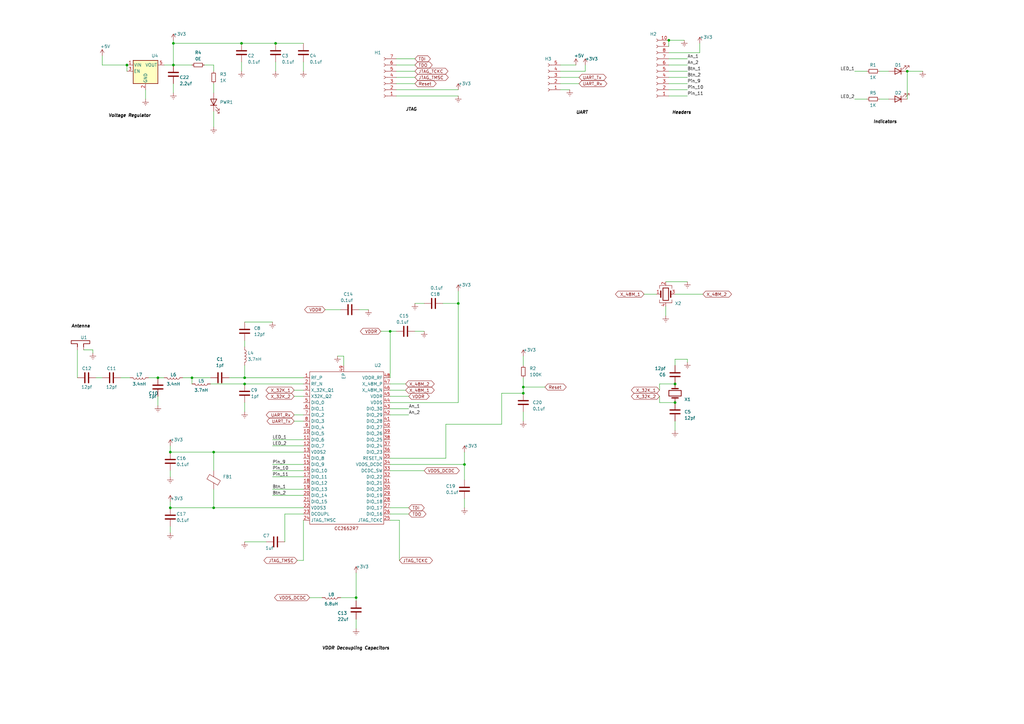
<source format=kicad_sch>
(kicad_sch (version 20230121) (generator eeschema)
  (paper "A3")
  (title_block (title "Dev_Board_Schematic") (date "2023-08-05") (rev "v1") (company "Hukam Technologies Pvt. Ltd."))
  (lib_symbols
    (symbol "Connector:Conn_01x05_Socket" (pin_names (offset 1.016) hide)
      (property "Reference" "J" (at 0 7.62 0))
      (property "Value" "Conn_01x05_Socket" (at 0 -7.62 0))
      (symbol "Conn_01x05_Socket_1_1"
        (arc (start 0 -4.572) (mid -0.5058 -5.08) (end 0 -5.588) (stroke (width 0.1524)))
        (arc (start 0 -2.032) (mid -0.5058 -2.54) (end 0 -3.048) (stroke (width 0.1524)))
        (polyline (pts (xy -1.27 -5.08) (xy -0.508 -5.08)) (stroke (width 0.1524)))
        (polyline (pts (xy -1.27 -2.54) (xy -0.508 -2.54)) (stroke (width 0.1524)))
        (polyline (pts (xy -1.27 0) (xy -0.508 0)) (stroke (width 0.1524)))
        (polyline (pts (xy -1.27 2.54) (xy -0.508 2.54)) (stroke (width 0.1524)))
        (polyline (pts (xy -1.27 5.08) (xy -0.508 5.08)) (stroke (width 0.1524)))
        (arc (start 0 0.508) (mid -0.5058 0) (end 0 -0.508) (stroke (width 0.1524)))
        (arc (start 0 3.048) (mid -0.5058 2.54) (end 0 2.032) (stroke (width 0.1524)))
        (arc (start 0 5.588) (mid -0.5058 5.08) (end 0 4.572) (stroke (width 0.1524)))
        (pin passive line (at -5.08 5.08 0) (length 3.81) (name "Pin_1") (number "1"))
        (pin passive line (at -5.08 2.54 0) (length 3.81) (name "Pin_2") (number "2"))
        (pin passive line (at -5.08 0 0) (length 3.81) (name "Pin_3") (number "3"))
        (pin passive line (at -5.08 -2.54 0) (length 3.81) (name "Pin_4") (number "4"))
        (pin passive line (at -5.08 -5.08 0) (length 3.81) (name "Pin_5") (number "5"))
      )
    )
    (symbol "Connector:Conn_01x07_Socket" (pin_names (offset 1.016) hide)
      (property "Reference" "J" (at 0 10.16 0))
      (property "Value" "Conn_01x07_Socket" (at 0 -10.16 0))
      (symbol "Conn_01x07_Socket_1_1"
        (arc (start 0 -7.112) (mid -0.5058 -7.62) (end 0 -8.128) (stroke (width 0.1524)))
        (arc (start 0 -4.572) (mid -0.5058 -5.08) (end 0 -5.588) (stroke (width 0.1524)))
        (arc (start 0 -2.032) (mid -0.5058 -2.54) (end 0 -3.048) (stroke (width 0.1524)))
        (polyline (pts (xy -1.27 -7.62) (xy -0.508 -7.62)) (stroke (width 0.1524)))
        (polyline (pts (xy -1.27 -5.08) (xy -0.508 -5.08)) (stroke (width 0.1524)))
        (polyline (pts (xy -1.27 -2.54) (xy -0.508 -2.54)) (stroke (width 0.1524)))
        (polyline (pts (xy -1.27 0) (xy -0.508 0)) (stroke (width 0.1524)))
        (polyline (pts (xy -1.27 2.54) (xy -0.508 2.54)) (stroke (width 0.1524)))
        (polyline (pts (xy -1.27 5.08) (xy -0.508 5.08)) (stroke (width 0.1524)))
        (polyline (pts (xy -1.27 7.62) (xy -0.508 7.62)) (stroke (width 0.1524)))
        (arc (start 0 0.508) (mid -0.5058 0) (end 0 -0.508) (stroke (width 0.1524)))
        (arc (start 0 3.048) (mid -0.5058 2.54) (end 0 2.032) (stroke (width 0.1524)))
        (arc (start 0 5.588) (mid -0.5058 5.08) (end 0 4.572) (stroke (width 0.1524)))
        (arc (start 0 8.128) (mid -0.5058 7.62) (end 0 7.112) (stroke (width 0.1524)))
        (pin passive line (at -5.08 7.62 0) (length 3.81) (name "Pin_1") (number "1"))
        (pin passive line (at -5.08 5.08 0) (length 3.81) (name "Pin_2") (number "2"))
        (pin passive line (at -5.08 2.54 0) (length 3.81) (name "Pin_3") (number "3"))
        (pin passive line (at -5.08 0 0) (length 3.81) (name "Pin_4") (number "4"))
        (pin passive line (at -5.08 -2.54 0) (length 3.81) (name "Pin_5") (number "5"))
        (pin passive line (at -5.08 -5.08 0) (length 3.81) (name "Pin_6") (number "6"))
        (pin passive line (at -5.08 -7.62 0) (length 3.81) (name "Pin_7") (number "7"))
      )
    )
    (symbol "Connector:Conn_01x10_Socket" (pin_names (offset 1.016) hide)
      (property "Reference" "J" (at 0 12.7 0))
      (property "Value" "Conn_01x10_Socket" (at 0 -15.24 0))
      (symbol "Conn_01x10_Socket_1_1"
        (arc (start 0 -12.192) (mid -0.5058 -12.7) (end 0 -13.208) (stroke (width 0.1524)))
        (arc (start 0 -9.652) (mid -0.5058 -10.16) (end 0 -10.668) (stroke (width 0.1524)))
        (arc (start 0 -7.112) (mid -0.5058 -7.62) (end 0 -8.128) (stroke (width 0.1524)))
        (arc (start 0 -4.572) (mid -0.5058 -5.08) (end 0 -5.588) (stroke (width 0.1524)))
        (arc (start 0 -2.032) (mid -0.5058 -2.54) (end 0 -3.048) (stroke (width 0.1524)))
        (polyline (pts (xy -1.27 -12.7) (xy -0.508 -12.7)) (stroke (width 0.1524)))
        (polyline (pts (xy -1.27 -10.16) (xy -0.508 -10.16)) (stroke (width 0.1524)))
        (polyline (pts (xy -1.27 -7.62) (xy -0.508 -7.62)) (stroke (width 0.1524)))
        (polyline (pts (xy -1.27 -5.08) (xy -0.508 -5.08)) (stroke (width 0.1524)))
        (polyline (pts (xy -1.27 -2.54) (xy -0.508 -2.54)) (stroke (width 0.1524)))
        (polyline (pts (xy -1.27 0) (xy -0.508 0)) (stroke (width 0.1524)))
        (polyline (pts (xy -1.27 2.54) (xy -0.508 2.54)) (stroke (width 0.1524)))
        (polyline (pts (xy -1.27 5.08) (xy -0.508 5.08)) (stroke (width 0.1524)))
        (polyline (pts (xy -1.27 7.62) (xy -0.508 7.62)) (stroke (width 0.1524)))
        (polyline (pts (xy -1.27 10.16) (xy -0.508 10.16)) (stroke (width 0.1524)))
        (arc (start 0 0.508) (mid -0.5058 0) (end 0 -0.508) (stroke (width 0.1524)))
        (arc (start 0 3.048) (mid -0.5058 2.54) (end 0 2.032) (stroke (width 0.1524)))
        (arc (start 0 5.588) (mid -0.5058 5.08) (end 0 4.572) (stroke (width 0.1524)))
        (arc (start 0 8.128) (mid -0.5058 7.62) (end 0 7.112) (stroke (width 0.1524)))
        (arc (start 0 10.668) (mid -0.5058 10.16) (end 0 9.652) (stroke (width 0.1524)))
        (pin passive line (at -5.08 10.16 0) (length 3.81) (name "Pin_1") (number "1"))
        (pin passive line (at -5.08 -12.7 0) (length 3.81) (name "Pin_10") (number "10"))
        (pin passive line (at -5.08 7.62 0) (length 3.81) (name "Pin_2") (number "2"))
        (pin passive line (at -5.08 5.08 0) (length 3.81) (name "Pin_3") (number "3"))
        (pin passive line (at -5.08 2.54 0) (length 3.81) (name "Pin_4") (number "4"))
        (pin passive line (at -5.08 0 0) (length 3.81) (name "Pin_5") (number "5"))
        (pin passive line (at -5.08 -2.54 0) (length 3.81) (name "Pin_6") (number "6"))
        (pin passive line (at -5.08 -5.08 0) (length 3.81) (name "Pin_7") (number "7"))
        (pin passive line (at -5.08 -7.62 0) (length 3.81) (name "Pin_8") (number "8"))
        (pin passive line (at -5.08 -10.16 0) (length 3.81) (name "Pin_9") (number "9"))
      )
    )
    (symbol "Device:Antenna_Dipole" (pin_numbers hide) (pin_names (offset 1.016) hide)
      (property "Reference" "AE" (at 1.27 1.27 0))
      (property "Value" "Antenna_Dipole" (at 1.27 0 0))
      (symbol "Antenna_Dipole_0_1"
        (polyline (pts (xy 2.54 -3.81) (xy 2.54 -2.54) (xy 5.08 -2.54) (xy 5.08 -1.27) (xy -2.54 -1.27) (xy -2.54 -2.54) (xy 0 -2.54) (xy 0 -3.81)) (stroke (width 0.254)))
      )
      (symbol "Antenna_Dipole_1_1"
        (pin input line (at 0 -5.08 90) (length 2.54) (name "~") (number "1"))
        (pin input line (at 2.54 -5.08 90) (length 2.54) (name "~") (number "2"))
      )
    )
    (symbol "Device:C" (pin_numbers hide) (pin_names (offset 0.254))
      (property "Reference" "C" (at 0.635 2.54 0))
      (property "Value" "C" (at 0.635 -2.54 0))
      (symbol "C_0_1"
        (polyline (pts (xy -2.032 -0.762) (xy 2.032 -0.762)) (stroke (width 0.508)))
        (polyline (pts (xy -2.032 0.762) (xy 2.032 0.762)) (stroke (width 0.508)))
      )
      (symbol "C_1_1"
        (pin passive line (at 0 3.81 270) (length 2.794) (name "~") (number "1"))
        (pin passive line (at 0 -3.81 90) (length 2.794) (name "~") (number "2"))
      )
    )
    (symbol "Device:Crystal" (pin_numbers hide) (pin_names (offset 1.016) hide)
      (property "Reference" "Y" (at 0 3.81 0))
      (property "Value" "Crystal" (at 0 -3.81 0))
      (symbol "Crystal_0_1"
        (rectangle (start -1.143 2.54) (end 1.143 -2.54) (stroke (width 0.3048)))
        (polyline (pts (xy -2.54 0) (xy -1.905 0)))
        (polyline (pts (xy -1.905 -1.27) (xy -1.905 1.27)) (stroke (width 0.508)))
        (polyline (pts (xy 1.905 -1.27) (xy 1.905 1.27)) (stroke (width 0.508)))
        (polyline (pts (xy 2.54 0) (xy 1.905 0)))
      )
      (symbol "Crystal_1_1"
        (pin passive line (at -3.81 0 0) (length 1.27) (name "1") (number "1"))
        (pin passive line (at 3.81 0 180) (length 1.27) (name "2") (number "2"))
      )
    )
    (symbol "Device:Crystal_GND24" (pin_names (offset 1.016) hide)
      (property "Reference" "Y" (at 3.175 5.08 0))
      (property "Value" "Crystal_GND24" (at 3.175 3.175 0))
      (symbol "Crystal_GND24_0_1"
        (rectangle (start -1.143 2.54) (end 1.143 -2.54) (stroke (width 0.3048)))
        (polyline (pts (xy -2.54 0) (xy -2.032 0)))
        (polyline (pts (xy -2.032 -1.27) (xy -2.032 1.27)) (stroke (width 0.508)))
        (polyline (pts (xy 0 -3.81) (xy 0 -3.556)))
        (polyline (pts (xy 0 3.556) (xy 0 3.81)))
        (polyline (pts (xy 2.032 -1.27) (xy 2.032 1.27)) (stroke (width 0.508)))
        (polyline (pts (xy 2.032 0) (xy 2.54 0)))
        (polyline (pts (xy -2.54 -2.286) (xy -2.54 -3.556) (xy 2.54 -3.556) (xy 2.54 -2.286)))
        (polyline (pts (xy -2.54 2.286) (xy -2.54 3.556) (xy 2.54 3.556) (xy 2.54 2.286)))
      )
      (symbol "Crystal_GND24_1_1"
        (pin passive line (at -3.81 0 0) (length 1.27) (name "1") (number "1"))
        (pin passive line (at 0 5.08 270) (length 1.27) (name "2") (number "2"))
        (pin passive line (at 3.81 0 180) (length 1.27) (name "3") (number "3"))
        (pin passive line (at 0 -5.08 90) (length 1.27) (name "4") (number "4"))
      )
    )
    (symbol "Device:FerriteBead" (pin_numbers hide) (pin_names (offset 0))
      (property "Reference" "FB" (at -3.81 0.635 90))
      (property "Value" "FerriteBead" (at 3.81 0 90))
      (symbol "FerriteBead_0_1"
        (polyline (pts (xy 0 -1.27) (xy 0 -1.2192)))
        (polyline (pts (xy 0 1.27) (xy 0 1.2954)))
        (polyline (pts (xy -2.7686 0.4064) (xy -1.7018 2.2606) (xy 2.7686 -0.3048) (xy 1.6764 -2.159) (xy -2.7686 0.4064)))
      )
      (symbol "FerriteBead_1_1"
        (pin passive line (at 0 3.81 270) (length 2.54) (name "~") (number "1"))
        (pin passive line (at 0 -3.81 90) (length 2.54) (name "~") (number "2"))
      )
    )
    (symbol "Device:L" (pin_numbers hide) (pin_names (offset 1.016) hide)
      (property "Reference" "L" (at -1.27 0 90))
      (property "Value" "L" (at 1.905 0 90))
      (symbol "L_0_1"
        (arc (start 0 -2.54) (mid 0.6323 -1.905) (end 0 -1.27))
        (arc (start 0 -1.27) (mid 0.6323 -0.635) (end 0 0))
        (arc (start 0 0) (mid 0.6323 0.635) (end 0 1.27))
        (arc (start 0 1.27) (mid 0.6323 1.905) (end 0 2.54))
      )
      (symbol "L_1_1"
        (pin passive line (at 0 3.81 270) (length 1.27) (name "1") (number "1"))
        (pin passive line (at 0 -3.81 90) (length 1.27) (name "2") (number "2"))
      )
    )
    (symbol "Device:LED" (pin_numbers hide) (pin_names (offset 1.016) hide)
      (property "Reference" "D" (at 0 2.54 0))
      (property "Value" "LED" (at 0 -2.54 0))
      (symbol "LED_0_1"
        (polyline (pts (xy -1.27 -1.27) (xy -1.27 1.27)) (stroke (width 0.254)))
        (polyline (pts (xy -1.27 0) (xy 1.27 0)))
        (polyline (pts (xy 1.27 -1.27) (xy 1.27 1.27) (xy -1.27 0) (xy 1.27 -1.27)) (stroke (width 0.254)))
        (polyline (pts (xy -3.048 -0.762) (xy -4.572 -2.286) (xy -3.81 -2.286) (xy -4.572 -2.286) (xy -4.572 -1.524)))
        (polyline (pts (xy -1.778 -0.762) (xy -3.302 -2.286) (xy -2.54 -2.286) (xy -3.302 -2.286) (xy -3.302 -1.524)))
      )
      (symbol "LED_1_1"
        (pin passive line (at -3.81 0 0) (length 2.54) (name "K") (number "1"))
        (pin passive line (at 3.81 0 180) (length 2.54) (name "A") (number "2"))
      )
    )
    (symbol "Device:R_Small" (pin_numbers hide) (pin_names (offset 0.254) hide)
      (property "Reference" "R" (at 0.762 0.508 0))
      (property "Value" "R_Small" (at 0.762 -1.016 0))
      (symbol "R_Small_0_1"
        (rectangle (start -0.762 1.778) (end 0.762 -1.778) (stroke (width 0.2032)))
      )
      (symbol "R_Small_1_1"
        (pin passive line (at 0 2.54 270) (length 0.762) (name "~") (number "1"))
        (pin passive line (at 0 -2.54 90) (length 0.762) (name "~") (number "2"))
      )
    )
    (symbol "Regulator_Linear:AP2112K-3.3" (pin_names (offset 0.254))
      (property "Reference" "U" (at -5.08 5.715 0))
      (property "Value" "AP2112K-3.3" (at 0 5.715 0))
      (symbol "AP2112K-3.3_0_1"
        (rectangle (start -5.08 4.445) (end 5.08 -5.08) (stroke (width 0.254)) (fill (type background)))
      )
      (symbol "AP2112K-3.3_1_1"
        (pin power_in line (at -7.62 2.54 0) (length 2.54) (name "VIN") (number "1"))
        (pin power_in line (at 0 -7.62 90) (length 2.54) (name "GND") (number "2"))
        (pin input line (at -7.62 0 0) (length 2.54) (name "EN") (number "3"))
        (pin no_connect line (at 5.08 0 180) (length 2.54) hide (name "NC") (number "4"))
        (pin power_out line (at 7.62 2.54 180) (length 2.54) (name "VOUT") (number "5"))
      )
    )
    (symbol "cc2652R7:cc2652R7"
      (property "Reference" "U" (at 1.8796 1.9304 0))
      (symbol "cc2652R7_0_0"
        (pin unspecified line (at 0 -2.54 0) (length 2.54) (name "RF_P") (number "1"))
        (pin unspecified line (at 0 -25.4 0) (length 2.54) (name "DIO_5") (number "10"))
        (pin unspecified line (at 0 -27.94 0) (length 2.54) (name "DIO_6") (number "11"))
        (pin unspecified line (at 0 -30.48 0) (length 2.54) (name "DIO_7") (number "12"))
        (pin unspecified line (at 0 -33.02 0) (length 2.54) (name "VDDS2") (number "13"))
        (pin unspecified line (at 0 -35.56 0) (length 2.54) (name "DIO_8") (number "14"))
        (pin unspecified line (at 0 -38.1 0) (length 2.54) (name "DIO_9") (number "15"))
        (pin unspecified line (at 0 -40.64 0) (length 2.54) (name "DIO_10") (number "16"))
        (pin unspecified line (at 0 -43.18 0) (length 2.54) (name "DIO_11") (number "17"))
        (pin unspecified line (at 0 -45.72 0) (length 2.54) (name "DIO_12") (number "18"))
        (pin unspecified line (at 0 -48.26 0) (length 2.54) (name "DIO_13") (number "19"))
        (pin unspecified line (at 0 -5.08 0) (length 2.54) (name "RF_N") (number "2"))
        (pin unspecified line (at 0 -50.8 0) (length 2.54) (name "DIO_14") (number "20"))
        (pin unspecified line (at 0 -53.34 0) (length 2.54) (name "DIO_15") (number "21"))
        (pin unspecified line (at 0 -55.88 0) (length 2.54) (name "VDDS3") (number "22"))
        (pin unspecified line (at 0 -58.42 0) (length 2.54) (name "DCOUPL") (number "23"))
        (pin unspecified line (at 0 -60.96 0) (length 2.54) (name "JTAG_TMSC") (number "24"))
        (pin unspecified line (at 35.56 -60.96 180) (length 2.54) (name "JTAG_TCKC") (number "25"))
        (pin unspecified line (at 35.56 -58.42 180) (length 2.54) (name "DIO_16") (number "26"))
        (pin unspecified line (at 35.56 -55.88 180) (length 2.54) (name "DIO_17") (number "27"))
        (pin unspecified line (at 35.56 -53.34 180) (length 2.54) (name "DIO_18") (number "28"))
        (pin unspecified line (at 35.56 -50.8 180) (length 2.54) (name "DIO_19") (number "29"))
        (pin unspecified line (at 0 -7.62 0) (length 2.54) (name "X_32K_Q1") (number "3"))
        (pin unspecified line (at 35.56 -48.26 180) (length 2.54) (name "DIO_20") (number "30"))
        (pin unspecified line (at 35.56 -45.72 180) (length 2.54) (name "DIO_21") (number "31"))
        (pin unspecified line (at 35.56 -43.18 180) (length 2.54) (name "DIO_22") (number "32"))
        (pin unspecified line (at 35.56 -40.64 180) (length 2.54) (name "DCDC_SW") (number "33"))
        (pin unspecified line (at 35.56 -38.1 180) (length 2.54) (name "VDDS_DCDC") (number "34"))
        (pin unspecified line (at 35.56 -35.56 180) (length 2.54) (name "RESET_N") (number "35"))
        (pin unspecified line (at 35.56 -33.02 180) (length 2.54) (name "DIO_23") (number "36"))
        (pin unspecified line (at 35.56 -30.48 180) (length 2.54) (name "DIO_24") (number "37"))
        (pin unspecified line (at 35.56 -27.94 180) (length 2.54) (name "DIO_25") (number "38"))
        (pin unspecified line (at 35.56 -25.4 180) (length 2.54) (name "DIO_26") (number "39"))
        (pin unspecified line (at 0 -10.16 0) (length 2.54) (name "X32K_Q2") (number "4"))
        (pin unspecified line (at 35.56 -22.86 180) (length 2.54) (name "DIO_27") (number "40"))
        (pin unspecified line (at 35.56 -20.32 180) (length 2.54) (name "DIO_28") (number "41"))
        (pin unspecified line (at 35.56 -17.78 180) (length 2.54) (name "DIO_29") (number "42"))
        (pin unspecified line (at 35.56 -15.24 180) (length 2.54) (name "DIO_30") (number "43"))
        (pin unspecified line (at 35.56 -12.7 180) (length 2.54) (name "VDDS") (number "44"))
        (pin unspecified line (at 35.56 -10.16 180) (length 2.54) (name "VDDR") (number "45"))
        (pin unspecified line (at 35.56 -7.62 180) (length 2.54) (name "X_48M_N") (number "46"))
        (pin unspecified line (at 35.56 -5.08 180) (length 2.54) (name "X_48M_P") (number "47"))
        (pin unspecified line (at 35.56 -2.54 180) (length 2.54) (name "VDDR_RF") (number "48"))
        (pin unspecified line (at 16.51 2.54 270) (length 2.54) (name "EP") (number "49"))
        (pin unspecified line (at 0 -12.7 0) (length 2.54) (name "DIO_0") (number "5"))
        (pin unspecified line (at 0 -15.24 0) (length 2.54) (name "DIO_1") (number "6"))
        (pin unspecified line (at 0 -17.78 0) (length 2.54) (name "DIO_2") (number "7"))
        (pin unspecified line (at 0 -20.32 0) (length 2.54) (name "DIO_3") (number "8"))
        (pin unspecified line (at 0 -22.86 0) (length 2.54) (name "DIO_4") (number "9"))
      )
      (symbol "cc2652R7_0_1"
        (rectangle (start 2.54 -0.1016) (end 32.9692 -62.5856))
        (text "CC2652R7" (at 17.6276 -64.3636 0) (effects (font (size 1.27 1.27))))
      )
    )
    (symbol "power:+3V3" (power) (pin_names (offset 0))
      (property "Value" "+3V3" (at 0 3.556 0))
      (symbol "+3V3_0_1"
        (polyline (pts (xy -0.762 1.27) (xy 0 2.54)))
        (polyline (pts (xy 0 0) (xy 0 2.54)))
        (polyline (pts (xy 0 2.54) (xy 0.762 1.27)))
      )
      (symbol "+3V3_1_1"
        (pin power_in line (at 0 0 90) (length 0) hide (name "+3V3") (number "1"))
      )
    )
    (symbol "power:+5V" (power) (pin_names (offset 0))
      (property "Value" "+5V" (at 0 3.556 0))
      (symbol "+5V_0_1"
        (polyline (pts (xy -0.762 1.27) (xy 0 2.54)))
        (polyline (pts (xy 0 0) (xy 0 2.54)))
        (polyline (pts (xy 0 2.54) (xy 0.762 1.27)))
      )
      (symbol "+5V_1_1"
        (pin power_in line (at 0 0 90) (length 0) hide (name "+5V") (number "1"))
      )
    )
    (symbol "power:GNDREF" (power) (pin_names (offset 0))
      (property "Value" "GNDREF" (at 0 -3.81 0))
      (symbol "GNDREF_0_1"
        (polyline (pts (xy -0.635 -1.905) (xy 0.635 -1.905)))
        (polyline (pts (xy -0.127 -2.54) (xy 0.127 -2.54)))
        (polyline (pts (xy 0 -1.27) (xy 0 0)))
        (polyline (pts (xy 1.27 -1.27) (xy -1.27 -1.27)))
      )
      (symbol "GNDREF_1_1"
        (pin power_in line (at 0 0 270) (length 0) hide (name "GNDREF") (number "1"))
      )
    )
  )
  (junction (at 71.12 26.67))
  (junction (at 160.02 135.89))
  (junction (at 276.86 165.1))
  (junction (at 113.03 17.78))
  (junction (at 274.32 16.51))
  (junction (at 100.33 154.94))
  (junction (at 69.85 185.42))
  (junction (at 87.63 185.42))
  (junction (at 276.86 157.48))
  (junction (at 87.63 208.28))
  (junction (at 99.06 17.78))
  (junction (at 64.77 154.94))
  (junction (at 214.63 158.75))
  (junction (at 78.74 154.94))
  (junction (at 100.33 157.48))
  (junction (at 190.5 190.5))
  (junction (at 214.63 161.29))
  (junction (at 71.12 17.78))
  (junction (at 69.85 208.28))
  (junction (at 52.07 26.67))
  (junction (at 146.05 245.11))
  (junction (at 372.11 29.21))
  (junction (at 187.96 124.46))
  (wire (pts (xy 146.05 254) (xy 146.05 257.81)))
  (wire (pts (xy 87.63 26.67) (xy 83.82 26.67)))
  (wire (pts (xy 160.02 208.28) (xy 167.64 208.28)))
  (wire (pts (xy 274.32 39.37) (xy 281.94 39.37)))
  (wire (pts (xy 60.96 154.94) (xy 64.77 154.94)))
  (wire (pts (xy 173.99 124.46) (xy 170.18 124.46)))
  (wire (pts (xy 160.02 135.89) (xy 160.02 154.94)))
  (wire (pts (xy 273.05 115.57) (xy 281.94 115.57)))
  (wire (pts (xy 270.51 162.56) (xy 270.51 165.1)))
  (wire (pts (xy 69.85 182.88) (xy 69.85 185.42)))
  (wire (pts (xy 274.32 31.75) (xy 281.94 31.75)))
  (wire (pts (xy 71.12 26.67) (xy 78.74 26.67)))
  (wire (pts (xy 182.88 187.96) (xy 182.88 173.99)))
  (wire (pts (xy 162.56 26.67) (xy 170.18 26.67)))
  (wire (pts (xy 120.65 172.72) (xy 124.46 172.72)))
  (wire (pts (xy 34.29 143.51) (xy 38.1 143.51)))
  (wire (pts (xy 214.63 146.05) (xy 214.63 149.86)))
  (wire (pts (xy 270.51 160.02) (xy 270.51 157.48)))
  (wire (pts (xy 270.51 157.48) (xy 276.86 157.48)))
  (wire (pts (xy 124.46 208.28) (xy 87.63 208.28)))
  (wire (pts (xy 111.76 180.34) (xy 124.46 180.34)))
  (wire (pts (xy 276.86 172.72) (xy 276.86 176.53)))
  (wire (pts (xy 162.56 36.83) (xy 187.96 36.83)))
  (wire (pts (xy 39.37 154.94) (xy 41.91 154.94)))
  (wire (pts (xy 214.63 168.91) (xy 214.63 172.72)))
  (wire (pts (xy 281.94 147.32) (xy 281.94 148.59)))
  (wire (pts (xy 100.33 149.86) (xy 100.33 154.94)))
  (wire (pts (xy 360.68 29.21) (xy 364.49 29.21)))
  (wire (pts (xy 87.63 52.07) (xy 87.63 45.72)))
  (wire (pts (xy 86.36 157.48) (xy 100.33 157.48)))
  (wire (pts (xy 140.97 149.86) (xy 140.97 146.05)))
  (wire (pts (xy 378.46 29.21) (xy 372.11 29.21)))
  (wire (pts (xy 120.65 162.56) (xy 124.46 162.56)))
  (wire (pts (xy 100.33 165.1) (xy 100.33 168.91)))
  (wire (pts (xy 163.83 213.36) (xy 163.83 229.87)))
  (wire (pts (xy 162.56 31.75) (xy 170.18 31.75)))
  (wire (pts (xy 160.02 187.96) (xy 182.88 187.96)))
  (wire (pts (xy 113.03 25.4) (xy 113.03 29.21)))
  (wire (pts (xy 372.11 29.21) (xy 372.11 40.64)))
  (wire (pts (xy 229.87 29.21) (xy 240.03 29.21)))
  (wire (pts (xy 64.77 154.94) (xy 67.31 154.94)))
  (wire (pts (xy 41.91 22.86) (xy 41.91 26.67)))
  (wire (pts (xy 214.63 154.94) (xy 214.63 158.75)))
  (wire (pts (xy 99.06 25.4) (xy 99.06 29.21)))
  (wire (pts (xy 160.02 167.64) (xy 167.64 167.64)))
  (wire (pts (xy 78.74 154.94) (xy 86.36 154.94)))
  (wire (pts (xy 287.02 21.59) (xy 287.02 17.78)))
  (wire (pts (xy 113.03 17.78) (xy 124.46 17.78)))
  (wire (pts (xy 87.63 208.28) (xy 69.85 208.28)))
  (wire (pts (xy 187.96 124.46) (xy 187.96 119.38)))
  (wire (pts (xy 162.56 24.13) (xy 170.18 24.13)))
  (wire (pts (xy 124.46 229.87) (xy 121.92 229.87)))
  (wire (pts (xy 127 245.11) (xy 132.08 245.11)))
  (wire (pts (xy 99.06 17.78) (xy 113.03 17.78)))
  (wire (pts (xy 71.12 16.51) (xy 71.12 17.78)))
  (wire (pts (xy 276.86 147.32) (xy 276.86 149.86)))
  (wire (pts (xy 100.33 139.7) (xy 100.33 142.24)))
  (wire (pts (xy 156.21 135.89) (xy 160.02 135.89)))
  (wire (pts (xy 274.32 36.83) (xy 281.94 36.83)))
  (wire (pts (xy 350.52 40.64) (xy 355.6 40.64)))
  (wire (pts (xy 111.76 193.04) (xy 124.46 193.04)))
  (wire (pts (xy 100.33 157.48) (xy 124.46 157.48)))
  (wire (pts (xy 190.5 190.5) (xy 190.5 196.85)))
  (wire (pts (xy 52.07 26.67) (xy 52.07 29.21)))
  (wire (pts (xy 229.87 36.83) (xy 233.68 36.83)))
  (wire (pts (xy 120.65 160.02) (xy 124.46 160.02)))
  (wire (pts (xy 87.63 34.29) (xy 87.63 38.1)))
  (wire (pts (xy 190.5 204.47) (xy 190.5 208.28)))
  (wire (pts (xy 64.77 162.56) (xy 64.77 166.37)))
  (wire (pts (xy 240.03 29.21) (xy 240.03 26.67)))
  (wire (pts (xy 124.46 213.36) (xy 124.46 229.87)))
  (wire (pts (xy 87.63 200.66) (xy 87.63 208.28)))
  (wire (pts (xy 274.32 16.51) (xy 274.32 19.05)))
  (wire (pts (xy 116.84 210.82) (xy 124.46 210.82)))
  (wire (pts (xy 93.98 154.94) (xy 100.33 154.94)))
  (wire (pts (xy 214.63 158.75) (xy 223.52 158.75)))
  (wire (pts (xy 360.68 40.64) (xy 364.49 40.64)))
  (wire (pts (xy 187.96 165.1) (xy 187.96 124.46)))
  (wire (pts (xy 124.46 185.42) (xy 87.63 185.42)))
  (wire (pts (xy 74.93 154.94) (xy 78.74 154.94)))
  (wire (pts (xy 111.76 195.58) (xy 124.46 195.58)))
  (wire (pts (xy 87.63 185.42) (xy 87.63 193.04)))
  (wire (pts (xy 276.86 120.65) (xy 288.29 120.65)))
  (wire (pts (xy 170.18 135.89) (xy 173.99 135.89)))
  (wire (pts (xy 100.33 154.94) (xy 124.46 154.94)))
  (wire (pts (xy 182.88 173.99) (xy 205.74 173.99)))
  (wire (pts (xy 160.02 193.04) (xy 173.99 193.04)))
  (wire (pts (xy 111.76 203.2) (xy 124.46 203.2)))
  (wire (pts (xy 49.53 154.94) (xy 53.34 154.94)))
  (wire (pts (xy 264.16 120.65) (xy 269.24 120.65)))
  (wire (pts (xy 274.32 26.67) (xy 281.94 26.67)))
  (wire (pts (xy 270.51 165.1) (xy 276.86 165.1)))
  (wire (pts (xy 140.97 146.05) (xy 138.43 146.05)))
  (wire (pts (xy 133.35 127) (xy 139.7 127)))
  (wire (pts (xy 162.56 29.21) (xy 170.18 29.21)))
  (wire (pts (xy 160.02 135.89) (xy 162.56 135.89)))
  (wire (pts (xy 273.05 125.73) (xy 273.05 129.54)))
  (wire (pts (xy 187.96 124.46) (xy 181.61 124.46)))
  (wire (pts (xy 111.76 190.5) (xy 124.46 190.5)))
  (wire (pts (xy 160.02 170.18) (xy 167.64 170.18)))
  (wire (pts (xy 229.87 31.75) (xy 237.49 31.75)))
  (wire (pts (xy 146.05 245.11) (xy 146.05 246.38)))
  (wire (pts (xy 205.74 161.29) (xy 214.63 161.29)))
  (wire (pts (xy 274.32 34.29) (xy 281.94 34.29)))
  (wire (pts (xy 162.56 34.29) (xy 170.18 34.29)))
  (wire (pts (xy 160.02 160.02) (xy 166.37 160.02)))
  (wire (pts (xy 71.12 17.78) (xy 71.12 26.67)))
  (wire (pts (xy 205.74 173.99) (xy 205.74 161.29)))
  (wire (pts (xy 111.76 200.66) (xy 124.46 200.66)))
  (wire (pts (xy 41.91 26.67) (xy 52.07 26.67)))
  (wire (pts (xy 160.02 213.36) (xy 163.83 213.36)))
  (wire (pts (xy 160.02 190.5) (xy 190.5 190.5)))
  (wire (pts (xy 146.05 234.95) (xy 146.05 245.11)))
  (wire (pts (xy 160.02 210.82) (xy 167.64 210.82)))
  (wire (pts (xy 71.12 26.67) (xy 67.31 26.67)))
  (wire (pts (xy 71.12 34.29) (xy 71.12 38.1)))
  (wire (pts (xy 87.63 185.42) (xy 69.85 185.42)))
  (wire (pts (xy 69.85 205.74) (xy 69.85 208.28)))
  (wire (pts (xy 87.63 29.21) (xy 87.63 26.67)))
  (wire (pts (xy 59.69 36.83) (xy 59.69 40.64)))
  (wire (pts (xy 69.85 215.9) (xy 69.85 218.44)))
  (wire (pts (xy 229.87 26.67) (xy 236.22 26.67)))
  (wire (pts (xy 78.74 157.48) (xy 78.74 154.94)))
  (wire (pts (xy 31.75 143.51) (xy 31.75 154.94)))
  (wire (pts (xy 274.32 29.21) (xy 281.94 29.21)))
  (wire (pts (xy 350.52 29.21) (xy 355.6 29.21)))
  (wire (pts (xy 71.12 17.78) (xy 99.06 17.78)))
  (wire (pts (xy 274.32 16.51) (xy 280.67 16.51)))
  (wire (pts (xy 69.85 193.04) (xy 69.85 195.58)))
  (wire (pts (xy 124.46 25.4) (xy 124.46 29.21)))
  (wire (pts (xy 120.65 170.18) (xy 124.46 170.18)))
  (wire (pts (xy 111.76 182.88) (xy 124.46 182.88)))
  (wire (pts (xy 160.02 162.56) (xy 167.64 162.56)))
  (wire (pts (xy 139.7 245.11) (xy 146.05 245.11)))
  (wire (pts (xy 162.56 39.37) (xy 187.96 39.37)))
  (wire (pts (xy 147.32 127) (xy 151.13 127)))
  (wire (pts (xy 100.33 132.08) (xy 111.76 132.08)))
  (wire (pts (xy 190.5 190.5) (xy 190.5 185.42)))
  (wire (pts (xy 281.94 147.32) (xy 276.86 147.32)))
  (wire (pts (xy 274.32 24.13) (xy 281.94 24.13)))
  (wire (pts (xy 160.02 157.48) (xy 166.37 157.48)))
  (wire (pts (xy 38.1 143.51) (xy 38.1 144.78)))
  (wire (pts (xy 274.32 21.59) (xy 287.02 21.59)))
  (wire (pts (xy 214.63 158.75) (xy 214.63 161.29)))
  (wire (pts (xy 229.87 34.29) (xy 237.49 34.29)))
  (wire (pts (xy 100.33 222.25) (xy 109.22 222.25)))
  (wire (pts (xy 116.84 222.25) (xy 116.84 210.82)))
  (wire (pts (xy 160.02 165.1) (xy 187.96 165.1)))
  (text "Antenna" (at 29.21 134.62 0) (effects (font (size 1.27 1.27) (thickness 0.254) bold italic) (justify left bottom)))
  (text "JTAG" (at 166.37 45.72 0) (effects (font (size 1.27 1.27) (thickness 0.254) bold italic) (justify left bottom)))
  (text "VDDR Decoupling Capacitors" (at 132.08 266.7 0) (effects (font (size 1.27 1.27) (thickness 0.254) bold italic) (justify left bottom)))
  (text "Headers" (at 275.59 46.99 0) (effects (font (size 1.27 1.27) (thickness 0.254) bold italic) (justify left bottom)))
  (text "Voltage Regulator" (at 44.45 48.26 0) (effects (font (size 1.27 1.27) (thickness 0.254) bold italic) (justify left bottom)))
  (text "Indicators" (at 358.14 50.8 0) (effects (font (size 1.27 1.27) (thickness 0.254) bold italic) (justify left bottom)))
  (text "UART" (at 236.22 46.99 0) (effects (font (size 1.27 1.27) (thickness 0.254) bold italic) (justify left bottom)))
  (label "LED_2" (at 350.52 40.64 180))
  (label "Pin_9" (at 111.76 190.5 0))
  (label "Pin_11" (at 281.94 39.37 0))
  (label "Btn_2" (at 111.76 203.2 0))
  (label "Pin_10" (at 281.94 36.83 0))
  (label "Btn_2" (at 281.94 31.75 0))
  (label "An_1" (at 167.64 167.64 0))
  (label "An_2" (at 281.94 26.67 0))
  (label "Pin_9" (at 281.94 34.29 0))
  (label "LED_1" (at 111.76 180.34 0))
  (label "Pin_11" (at 111.76 195.58 0))
  (label "Pin_10" (at 111.76 193.04 0))
  (label "An_2" (at 167.64 170.18 0))
  (label "Btn_1" (at 111.76 200.66 0))
  (label "Btn_1" (at 281.94 29.21 0))
  (label "An_1" (at 281.94 24.13 0))
  (label "LED_2" (at 111.76 182.88 0))
  (label "LED_1" (at 350.52 29.21 180))
  (global_label "VDDR" (shape bidirectional) (at 133.35 127 180) (property "Intersheetrefs" "${INTERSHEET_REFS}" (effects hide)))
  (global_label "X_48M_2" (shape bidirectional) (at 288.29 120.65 0) (property "Intersheetrefs" "${INTERSHEET_REFS}" (effects hide)))
  (global_label "X_48M_1" (shape bidirectional) (at 166.37 160.02 0) (property "Intersheetrefs" "${INTERSHEET_REFS}" (effects hide)))
  (global_label "VDDS_DCDC" (shape bidirectional) (at 127 245.11 180) (property "Intersheetrefs" "${INTERSHEET_REFS}" (effects hide)))
  (global_label "X_32K_2" (shape bidirectional) (at 120.65 162.56 180) (property "Intersheetrefs" "${INTERSHEET_REFS}" (effects hide)))
  (global_label "UART_Tx" (shape bidirectional) (at 237.49 31.75 0) (property "Intersheetrefs" "${INTERSHEET_REFS}" (effects hide)))
  (global_label "Reset" (shape bidirectional) (at 170.18 34.29 0) (property "Intersheetrefs" "${INTERSHEET_REFS}" (effects hide)))
  (global_label "UART_Tx" (shape bidirectional) (at 120.65 172.72 180) (property "Intersheetrefs" "${INTERSHEET_REFS}" (effects hide)))
  (global_label "UART_Rx" (shape bidirectional) (at 120.65 170.18 180) (property "Intersheetrefs" "${INTERSHEET_REFS}" (effects hide)))
  (global_label "TDO" (shape bidirectional) (at 167.64 210.82 0) (property "Intersheetrefs" "${INTERSHEET_REFS}" (effects hide)))
  (global_label "Reset" (shape bidirectional) (at 223.52 158.75 0) (property "Intersheetrefs" "${INTERSHEET_REFS}" (effects hide)))
  (global_label "UART_Rx" (shape bidirectional) (at 237.49 34.29 0) (property "Intersheetrefs" "${INTERSHEET_REFS}" (effects hide)))
  (global_label "X_48M_2" (shape bidirectional) (at 166.37 157.48 0) (property "Intersheetrefs" "${INTERSHEET_REFS}" (effects hide)))
  (global_label "JTAG_TMSC" (shape bidirectional) (at 170.18 31.75 0) (property "Intersheetrefs" "${INTERSHEET_REFS}" (effects hide)))
  (global_label "JTAG_TMSC" (shape bidirectional) (at 121.92 229.87 180) (property "Intersheetrefs" "${INTERSHEET_REFS}" (effects hide)))
  (global_label "X_48M_1" (shape bidirectional) (at 264.16 120.65 180) (property "Intersheetrefs" "${INTERSHEET_REFS}" (effects hide)))
  (global_label "JTAG_TCKC" (shape bidirectional) (at 163.83 229.87 0) (property "Intersheetrefs" "${INTERSHEET_REFS}" (effects hide)))
  (global_label "X_32K_2" (shape bidirectional) (at 270.51 162.56 180) (property "Intersheetrefs" "${INTERSHEET_REFS}" (effects hide)))
  (global_label "VDDR" (shape bidirectional) (at 167.64 162.56 0) (property "Intersheetrefs" "${INTERSHEET_REFS}" (effects hide)))
  (global_label "TDI" (shape bidirectional) (at 170.18 24.13 0) (property "Intersheetrefs" "${INTERSHEET_REFS}" (effects hide)))
  (global_label "JTAG_TCKC" (shape bidirectional) (at 170.18 29.21 0) (property "Intersheetrefs" "${INTERSHEET_REFS}" (effects hide)))
  (global_label "X_32K_1" (shape bidirectional) (at 120.65 160.02 180) (property "Intersheetrefs" "${INTERSHEET_REFS}" (effects hide)))
  (global_label "VDDS_DCDC" (shape bidirectional) (at 173.99 193.04 0) (property "Intersheetrefs" "${INTERSHEET_REFS}" (effects hide)))
  (global_label "VDDR" (shape bidirectional) (at 156.21 135.89 180) (property "Intersheetrefs" "${INTERSHEET_REFS}" (effects hide)))
  (global_label "X_32K_1" (shape bidirectional) (at 270.51 160.02 180) (property "Intersheetrefs" "${INTERSHEET_REFS}" (effects hide)))
  (global_label "TDI" (shape bidirectional) (at 167.64 208.28 0) (property "Intersheetrefs" "${INTERSHEET_REFS}" (effects hide)))
  (global_label "TDO" (shape bidirectional) (at 170.18 26.67 0) (property "Intersheetrefs" "${INTERSHEET_REFS}" (effects hide)))
  (symbol (lib_id "Device:LED") (at 87.63 41.91 90) (unit 1)
    (property "Reference" "PWR1" (at 90.17 41.91 90) (effects (justify right)))
    (property "Value" "LED" (effects hide))
    (property "Footprint" "LED_SMD:LED_0603_1608Metric_Pad1.05x0.95mm_HandSolder" (effects hide))
  )
  (symbol (lib_id "Device:C") (at 100.33 161.29 0) (unit 1)
    (property "Reference" "C9" (at 102.87 160.02 0) (effects (justify left)))
    (property "Value" "1pf" (at 102.87 162.56 0) (effects (justify left)))
    (property "Footprint" "Capacitor_SMD:C_0603_1608Metric_Pad1.08x0.95mm_HandSolder" (effects hide))
  )
  (symbol (lib_id "Device:C") (at 45.72 154.94 90) (unit 1)
    (property "Reference" "C11" (at 45.72 151.13 90))
    (property "Value" "12pf" (at 45.72 158.75 90))
    (property "Footprint" "Capacitor_SMD:C_0603_1608Metric_Pad1.08x0.95mm_HandSolder" (effects hide))
  )
  (symbol (lib_id "Device:L") (at 57.15 154.94 270) (unit 1)
    (property "Reference" "L7" (at 57.15 153.67 90))
    (property "Value" "3.4nH" (at 57.15 157.48 90))
    (property "Footprint" "Inductor_SMD:L_0603_1608Metric_Pad1.05x0.95mm_HandSolder" (effects hide))
  )
  (symbol (lib_id "power:+3V3") (at 69.85 205.74 0) (unit 1)
    (property "Reference" "#PWR07" (effects hide))
    (property "Value" "+3V3" (at 72.39 204.47 0))
  )
  (symbol (lib_id "Device:L") (at 100.33 146.05 0) (unit 1)
    (property "Reference" "L4" (at 101.6 144.78 0) (effects (justify left)))
    (property "Value" "3.7nH" (at 101.6 147.32 0) (effects (justify left)))
    (property "Footprint" "Inductor_SMD:L_0603_1608Metric_Pad1.05x0.95mm_HandSolder" (effects hide))
  )
  (symbol (lib_id "Device:C") (at 276.86 168.91 0) (unit 1)
    (property "Reference" "C5" (at 280.67 168.91 0) (effects (justify left)))
    (property "Value" "12pf" (at 280.67 171.45 0) (effects (justify left)))
    (property "Footprint" "Capacitor_SMD:C_0603_1608Metric_Pad1.08x0.95mm_HandSolder" (effects hide))
  )
  (symbol (lib_id "Device:Crystal") (at 276.86 161.29 90) (unit 1)
    (property "Reference" "X1" (at 280.67 163.83 90) (effects (justify right)))
    (property "Value" "32.768KHz" (effects hide))
    (property "Footprint" "Crystal:Crystal_C38-LF_D3.0mm_L8.0mm_Vertical" (effects hide))
  )
  (symbol (lib_id "Device:C") (at 146.05 250.19 0) (unit 1)
    (property "Reference" "C13" (at 138.43 251.46 0) (effects (justify left)))
    (property "Value" "22uf" (at 138.43 254 0) (effects (justify left)))
    (property "Footprint" "Capacitor_SMD:C_0603_1608Metric_Pad1.08x0.95mm_HandSolder" (effects hide))
  )
  (symbol (lib_id "cc2652R7:cc2652R7") (at 124.46 152.4 0) (unit 1)
    (property "Reference" "U2" (at 154.94 149.86 0))
    (property "Value" "cc2652R7" (effects hide))
    (property "Footprint" "cc2652R7:cc2652R7" (effects hide))
  )
  (symbol (lib_id "Device:C") (at 90.17 154.94 90) (unit 1)
    (property "Reference" "C1" (at 90.17 147.32 90))
    (property "Value" "1pf" (at 90.17 149.86 90))
    (property "Footprint" "Capacitor_SMD:C_0603_1608Metric_Pad1.08x0.95mm_HandSolder" (effects hide))
  )
  (symbol (lib_id "power:+5V") (at 41.91 22.86 0) (unit 1)
    (property "Reference" "#PWR012" (effects hide))
    (property "Value" "+5V" (at 43.18 19.05 0))
  )
  (symbol (lib_id "power:+3V3") (at 190.5 185.42 0) (unit 1)
    (property "Reference" "#PWR023" (effects hide))
    (property "Value" "+3V3" (at 193.04 182.88 0))
  )
  (symbol (lib_id "power:GNDREF") (at 113.03 29.21 0) (unit 1)
    (property "Reference" "#PWR018" (effects hide))
    (property "Value" "GNDREF" (effects hide))
  )
  (symbol (lib_id "power:+3V3") (at 71.12 16.51 0) (unit 1)
    (property "Reference" "#PWR013" (effects hide))
    (property "Value" "+3V3" (at 73.66 13.97 0))
  )
  (symbol (lib_id "Device:C") (at 69.85 189.23 0) (unit 1)
    (property "Reference" "C16" (at 72.39 187.96 0) (effects (justify left)))
    (property "Value" "0.1uf" (at 72.39 190.5 0) (effects (justify left)))
    (property "Footprint" "Capacitor_SMD:C_0603_1608Metric_Pad1.08x0.95mm_HandSolder" (effects hide))
  )
  (symbol (lib_id "Device:C") (at 276.86 153.67 180) (unit 1)
    (property "Reference" "C6" (at 273.05 153.67 0) (effects (justify left)))
    (property "Value" "12pf" (at 273.05 151.13 0) (effects (justify left)))
    (property "Footprint" "Capacitor_SMD:C_0603_1608Metric_Pad1.08x0.95mm_HandSolder" (effects hide))
  )
  (symbol (lib_id "power:GNDREF") (at 378.46 29.21 0) (unit 1)
    (property "Reference" "#PWR036" (effects hide))
    (property "Value" "GNDREF" (effects hide))
  )
  (symbol (lib_id "Device:R_Small") (at 87.63 31.75 0) (unit 1)
    (property "Reference" "R3" (at 90.17 30.48 0) (effects (justify left)))
    (property "Value" "1K" (at 90.17 33.02 0) (effects (justify left)))
    (property "Footprint" "Resistor_SMD:R_0603_1608Metric_Pad0.98x0.95mm_HandSolder" (effects hide))
  )
  (symbol (lib_id "power:+3V3") (at 214.63 146.05 0) (unit 1)
    (property "Reference" "#PWR026" (effects hide))
    (property "Value" "+3V3" (at 217.17 143.51 0))
  )
  (symbol (lib_id "Device:C") (at 190.5 200.66 0) (unit 1)
    (property "Reference" "C19" (at 182.88 199.39 0) (effects (justify left)))
    (property "Value" "0.1uf" (at 182.88 201.93 0) (effects (justify left)))
    (property "Footprint" "Capacitor_SMD:C_0603_1608Metric_Pad1.08x0.95mm_HandSolder" (effects hide))
  )
  (symbol (lib_id "Device:C") (at 69.85 212.09 0) (unit 1)
    (property "Reference" "C17" (at 72.39 210.82 0) (effects (justify left)))
    (property "Value" "0.1uf" (at 72.39 213.36 0) (effects (justify left)))
    (property "Footprint" "Capacitor_SMD:C_0603_1608Metric_Pad1.08x0.95mm_HandSolder" (effects hide))
  )
  (symbol (lib_id "power:GNDREF") (at 276.86 176.53 0) (unit 1)
    (property "Reference" "#PWR039" (effects hide))
    (property "Value" "GNDREF" (effects hide))
  )
  (symbol (lib_id "power:GNDREF") (at 187.96 39.37 0) (unit 1)
    (property "Reference" "#PWR030" (effects hide))
    (property "Value" "GNDREF" (effects hide))
  )
  (symbol (lib_id "Device:L") (at 135.89 245.11 270) (unit 1)
    (property "Reference" "L8" (at 135.89 243.84 90))
    (property "Value" "6.8uH" (at 135.89 247.65 90))
    (property "Footprint" "Inductor_SMD:L_0603_1608Metric_Pad1.05x0.95mm_HandSolder" (effects hide))
  )
  (symbol (lib_id "Device:Antenna_Dipole") (at 31.75 138.43 0) (unit 1)
    (property "Reference" "U1" (at 33.02 138.43 0) (effects (justify left)))
    (property "Value" "Antenna_Dipole" (effects hide))
    (property "Footprint" "RF_Antenna:Texas_SWRA117D_2.4GHz_Left" (effects hide))
  )
  (symbol (lib_id "Device:C") (at 113.03 21.59 0) (unit 1)
    (property "Reference" "C3" (at 115.57 22.86 0) (effects (justify left)))
    (property "Value" "0.1uf" (at 115.57 25.4 0) (effects (justify left)))
    (property "Footprint" "Capacitor_SMD:C_0603_1608Metric_Pad1.08x0.95mm_HandSolder" (effects hide))
  )
  (symbol (lib_id "power:GNDREF") (at 280.67 16.51 0) (unit 1)
    (property "Reference" "#PWR034" (effects hide))
    (property "Value" "GNDREF" (effects hide))
  )
  (symbol (lib_id "power:GNDREF") (at 281.94 115.57 0) (unit 1)
    (property "Reference" "#PWR038" (effects hide))
    (property "Value" "GNDREF" (effects hide))
  )
  (symbol (lib_id "power:+3V3") (at 187.96 119.38 0) (unit 1)
    (property "Reference" "#PWR021" (effects hide))
    (property "Value" "+3V3" (at 190.5 116.84 0))
  )
  (symbol (lib_id "Connector:Conn_01x05_Socket") (at 224.79 31.75 180) (unit 1)
    (property "Reference" "H3" (at 224.79 24.13 0))
    (property "Value" "UART_Conn" (effects hide))
    (property "Footprint" "Connector_PinHeader_2.54mm:PinHeader_1x05_P2.54mm_Vertical" (effects hide))
  )
  (symbol (lib_id "Device:C") (at 99.06 21.59 0) (unit 1)
    (property "Reference" "C2" (at 101.6 22.86 0) (effects (justify left)))
    (property "Value" "0.1uf" (at 101.6 25.4 0) (effects (justify left)))
    (property "Footprint" "Capacitor_SMD:C_0603_1608Metric_Pad1.08x0.95mm_HandSolder" (effects hide))
  )
  (symbol (lib_id "power:GNDREF") (at 59.69 40.64 0) (unit 1)
    (property "Reference" "#PWR011" (effects hide))
    (property "Value" "GNDREF" (effects hide))
  )
  (symbol (lib_id "power:GNDREF") (at 170.18 124.46 0) (unit 1)
    (property "Reference" "#PWR022" (effects hide))
    (property "Value" "GNDREF" (effects hide))
  )
  (symbol (lib_id "Device:Crystal_GND24") (at 273.05 120.65 0) (unit 1)
    (property "Reference" "X2" (at 278.13 124.46 0))
    (property "Value" "48MHz" (effects hide))
    (property "Footprint" "Crystal:Crystal_SMD_0603-4Pin_6.0x3.5mm_HandSoldering" (effects hide))
  )
  (symbol (lib_id "power:GNDREF") (at 100.33 168.91 0) (unit 1)
    (property "Reference" "#PWR01" (effects hide))
    (property "Value" "GNDREF" (effects hide))
  )
  (symbol (lib_id "power:GNDREF") (at 138.43 146.05 0) (unit 1)
    (property "Reference" "#PWR010" (effects hide))
    (property "Value" "GNDREF" (effects hide))
  )
  (symbol (lib_id "power:GNDREF") (at 38.1 144.78 0) (unit 1)
    (property "Reference" "#PWR04" (effects hide))
    (property "Value" "GNDREF" (effects hide))
  )
  (symbol (lib_id "power:GNDREF") (at 71.12 38.1 0) (unit 1)
    (property "Reference" "#PWR014" (effects hide))
    (property "Value" "GNDREF" (effects hide))
  )
  (symbol (lib_id "power:GNDREF") (at 173.99 135.89 0) (unit 1)
    (property "Reference" "#PWR020" (effects hide))
    (property "Value" "GNDREF" (effects hide))
  )
  (symbol (lib_id "Device:R_Small") (at 358.14 40.64 90) (unit 1)
    (property "Reference" "R5" (at 359.41 38.1 90) (effects (justify left)))
    (property "Value" "1K" (at 359.41 43.18 90) (effects (justify left)))
    (property "Footprint" "Resistor_SMD:R_0603_1608Metric_Pad0.98x0.95mm_HandSolder" (effects hide))
  )
  (symbol (lib_id "power:GNDREF") (at 151.13 127 0) (unit 1)
    (property "Reference" "#PWR016" (effects hide))
    (property "Value" "GNDREF" (effects hide))
  )
  (symbol (lib_id "power:+3V3") (at 287.02 17.78 0) (unit 1)
    (property "Reference" "#PWR035" (effects hide))
    (property "Value" "+3V3" (at 289.56 15.24 0))
  )
  (symbol (lib_id "Device:L") (at 71.12 154.94 270) (unit 1)
    (property "Reference" "L6" (at 71.12 153.67 90))
    (property "Value" "3.4nH" (at 71.12 157.48 90))
    (property "Footprint" "Inductor_SMD:L_0603_1608Metric_Pad1.05x0.95mm_HandSolder" (effects hide))
  )
  (symbol (lib_id "Device:LED") (at 368.3 40.64 180) (unit 1)
    (property "Reference" "D2" (at 367.03 38.1 0) (effects (justify right)))
    (property "Value" "LED_2" (effects hide))
    (property "Footprint" "LED_SMD:LED_0603_1608Metric_Pad1.05x0.95mm_HandSolder" (effects hide))
  )
  (symbol (lib_id "Device:C") (at 71.12 30.48 0) (unit 1)
    (property "Reference" "C22" (at 73.66 31.75 0) (effects (justify left)))
    (property "Value" "2.2uf" (at 73.66 34.29 0) (effects (justify left)))
    (property "Footprint" "Capacitor_SMD:C_0603_1608Metric_Pad1.08x0.95mm_HandSolder" (effects hide))
  )
  (symbol (lib_id "power:+3V3") (at 240.03 26.67 0) (unit 1)
    (property "Reference" "#PWR032" (effects hide))
    (property "Value" "+3V3" (at 242.57 24.13 0))
  )
  (symbol (lib_id "power:GNDREF") (at 273.05 129.54 0) (unit 1)
    (property "Reference" "#PWR037" (effects hide))
    (property "Value" "GNDREF" (effects hide))
  )
  (symbol (lib_id "power:GNDREF") (at 124.46 29.21 0) (unit 1)
    (property "Reference" "#PWR019" (effects hide))
    (property "Value" "GNDREF" (effects hide))
  )
  (symbol (lib_id "Device:R_Small") (at 214.63 152.4 0) (unit 1)
    (property "Reference" "R2" (at 217.17 151.13 0) (effects (justify left)))
    (property "Value" "100K" (at 217.17 153.67 0) (effects (justify left)))
    (property "Footprint" "Resistor_SMD:R_0603_1608Metric_Pad0.98x0.95mm_HandSolder" (effects hide))
  )
  (symbol (lib_id "Connector:Conn_01x10_Socket") (at 269.24 29.21 180) (unit 1)
    (property "Reference" "H2" (at 267.97 13.97 0))
    (property "Value" "Headers" (effects hide))
    (property "Footprint" "Connector_PinHeader_2.54mm:PinHeader_1x10_P2.54mm_Vertical" (effects hide))
  )
  (symbol (lib_id "power:GNDREF") (at 100.33 222.25 0) (unit 1)
    (property "Reference" "#PWR05" (effects hide))
    (property "Value" "GNDREF" (effects hide))
  )
  (symbol (lib_id "Device:LED") (at 368.3 29.21 180) (unit 1)
    (property "Reference" "D1" (at 367.03 26.67 0) (effects (justify right)))
    (property "Value" "LED_1" (effects hide))
    (property "Footprint" "LED_SMD:LED_0603_1608Metric_Pad1.05x0.95mm_HandSolder" (effects hide))
  )
  (symbol (lib_id "power:+3V3") (at 69.85 182.88 0) (unit 1)
    (property "Reference" "#PWR08" (effects hide))
    (property "Value" "+3V3" (at 72.39 180.34 0))
  )
  (symbol (lib_id "power:GNDREF") (at 281.94 148.59 0) (unit 1)
    (property "Reference" "#PWR040" (effects hide))
    (property "Value" "GNDREF" (effects hide))
  )
  (symbol (lib_id "Connector:Conn_01x07_Socket") (at 157.48 31.75 180) (unit 1)
    (property "Reference" "H1" (at 154.94 21.59 0))
    (property "Value" "JTAG_Conn" (effects hide))
    (property "Footprint" "Connector_PinHeader_2.54mm:PinHeader_1x07_P2.54mm_Vertical" (effects hide))
  )
  (symbol (lib_id "Device:R_Small") (at 358.14 29.21 90) (unit 1)
    (property "Reference" "R1" (at 359.41 26.67 90) (effects (justify left)))
    (property "Value" "1K" (at 359.41 31.75 90) (effects (justify left)))
    (property "Footprint" "Resistor_SMD:R_0603_1608Metric_Pad0.98x0.95mm_HandSolder" (effects hide))
  )
  (symbol (lib_id "Device:C") (at 113.03 222.25 90) (unit 1)
    (property "Reference" "C7" (at 109.22 219.71 90))
    (property "Value" "1uf" (at 110.49 224.79 90))
    (property "Footprint" "Capacitor_SMD:C_0603_1608Metric_Pad1.08x0.95mm_HandSolder" (effects hide))
  )
  (symbol (lib_id "Device:C") (at 100.33 135.89 0) (unit 1)
    (property "Reference" "C8" (at 104.14 134.62 0) (effects (justify left)))
    (property "Value" "12pf" (at 104.14 137.16 0) (effects (justify left)))
    (property "Footprint" "Capacitor_SMD:C_0603_1608Metric_Pad1.08x0.95mm_HandSolder" (effects hide))
  )
  (symbol (lib_id "power:GNDREF") (at 99.06 29.21 0) (unit 1)
    (property "Reference" "#PWR017" (effects hide))
    (property "Value" "GNDREF" (effects hide))
  )
  (symbol (lib_id "Device:C") (at 64.77 158.75 0) (unit 1)
    (property "Reference" "C10" (at 60.96 161.29 0) (effects (justify left)))
    (property "Value" "1pf" (at 60.96 162.56 0) (effects (justify left)))
    (property "Footprint" "Capacitor_SMD:C_0603_1608Metric_Pad1.08x0.95mm_HandSolder" (effects hide))
  )
  (symbol (lib_id "power:GNDREF") (at 146.05 257.81 0) (unit 1)
    (property "Reference" "#PWR028" (effects hide))
    (property "Value" "GNDREF" (effects hide))
  )
  (symbol (lib_id "power:+3V3") (at 187.96 36.83 0) (unit 1)
    (property "Reference" "#PWR029" (effects hide))
    (property "Value" "+3V3" (at 190.5 34.29 0))
  )
  (symbol (lib_id "Device:FerriteBead") (at 87.63 196.85 0) (unit 1)
    (property "Reference" "FB1" (at 91.44 195.5292 0) (effects (justify left)))
    (property "Value" "FerriteBead" (effects hide))
    (property "Footprint" "Resistor_SMD:R_0805_2012Metric_Pad1.20x1.40mm_HandSolder" (effects hide))
  )
  (symbol (lib_id "Device:C") (at 166.37 135.89 90) (unit 1)
    (property "Reference" "C15" (at 167.64 129.54 90) (effects (justify left)))
    (property "Value" "0.1uf" (at 167.64 132.08 90) (effects (justify left)))
    (property "Footprint" "Capacitor_SMD:C_0603_1608Metric_Pad1.08x0.95mm_HandSolder" (effects hide))
  )
  (symbol (lib_id "Device:R_Small") (at 81.28 26.67 90) (unit 1)
    (property "Reference" "R4" (at 81.28 21.59 90))
    (property "Value" "0E" (at 81.28 24.13 90))
    (property "Footprint" "Resistor_SMD:R_0603_1608Metric_Pad0.98x0.95mm_HandSolder" (effects hide))
  )
  (symbol (lib_id "power:GNDREF") (at 214.63 172.72 0) (unit 1)
    (property "Reference" "#PWR025" (effects hide))
    (property "Value" "GNDREF" (effects hide))
  )
  (symbol (lib_id "power:+5V") (at 236.22 26.67 0) (unit 1)
    (property "Reference" "#PWR033" (effects hide))
    (property "Value" "+5V" (at 237.49 22.86 0))
  )
  (symbol (lib_id "Device:C") (at 143.51 127 90) (unit 1)
    (property "Reference" "C14" (at 144.78 120.65 90) (effects (justify left)))
    (property "Value" "0.1uf" (at 144.78 123.19 90) (effects (justify left)))
    (property "Footprint" "Capacitor_SMD:C_0603_1608Metric_Pad1.08x0.95mm_HandSolder" (effects hide))
  )
  (symbol (lib_id "power:GNDREF") (at 233.68 36.83 0) (unit 1)
    (property "Reference" "#PWR031" (effects hide))
    (property "Value" "GNDREF" (effects hide))
  )
  (symbol (lib_id "power:GNDREF") (at 87.63 52.07 0) (unit 1)
    (property "Reference" "#PWR015" (effects hide))
    (property "Value" "GNDREF" (effects hide))
  )
  (symbol (lib_id "Device:C") (at 177.8 124.46 270) (unit 1)
    (property "Reference" "C18" (at 176.53 120.65 90) (effects (justify left)))
    (property "Value" "0.1uf" (at 176.53 118.11 90) (effects (justify left)))
    (property "Footprint" "Capacitor_SMD:C_0603_1608Metric_Pad1.08x0.95mm_HandSolder" (effects hide))
  )
  (symbol (lib_id "power:GNDREF") (at 69.85 218.44 0) (unit 1)
    (property "Reference" "#PWR06" (effects hide))
    (property "Value" "GNDREF" (effects hide))
  )
  (symbol (lib_id "power:GNDREF") (at 64.77 166.37 0) (unit 1)
    (property "Reference" "#PWR03" (effects hide))
    (property "Value" "GNDREF" (effects hide))
  )
  (symbol (lib_id "power:GNDREF") (at 69.85 195.58 0) (unit 1)
    (property "Reference" "#PWR09" (effects hide))
    (property "Value" "GNDREF" (effects hide))
  )
  (symbol (lib_id "Device:C") (at 124.46 21.59 0) (unit 1)
    (property "Reference" "C4" (at 127 22.86 0) (effects (justify left)))
    (property "Value" "0.1uf" (at 127 25.4 0) (effects (justify left)))
    (property "Footprint" "Capacitor_SMD:C_0603_1608Metric_Pad1.08x0.95mm_HandSolder" (effects hide))
  )
  (symbol (lib_id "power:GNDREF") (at 190.5 208.28 0) (unit 1)
    (property "Reference" "#PWR024" (effects hide))
    (property "Value" "GNDREF" (effects hide))
  )
  (symbol (lib_id "Device:C") (at 35.56 154.94 90) (unit 1)
    (property "Reference" "C12" (at 35.56 151.13 90))
    (property "Value" "12pf" (at 35.56 158.75 90))
    (property "Footprint" "Capacitor_SMD:C_0603_1608Metric_Pad1.08x0.95mm_HandSolder" (effects hide))
  )
  (symbol (lib_id "Device:C") (at 214.63 165.1 0) (unit 1)
    (property "Reference" "C20" (at 218.44 165.1 0) (effects (justify left)))
    (property "Value" "0.1uf" (at 218.44 167.64 0) (effects (justify left)))
    (property "Footprint" "Capacitor_SMD:C_0603_1608Metric_Pad1.08x0.95mm_HandSolder" (effects hide))
  )
  (symbol (lib_id "Device:L") (at 82.55 157.48 270) (unit 1)
    (property "Reference" "L5" (at 82.55 156.21 90))
    (property "Value" "3.7nH" (at 82.55 160.02 90))
    (property "Footprint" "Inductor_SMD:L_0603_1608Metric_Pad1.05x0.95mm_HandSolder" (effects hide))
  )
  (symbol (lib_id "Regulator_Linear:AP2112K-3.3") (at 59.69 29.21 0) (unit 1)
    (property "Reference" "U4" (at 63.5 22.86 0))
    (property "Value" "AP2112K-3.3" (effects hide))
    (property "Footprint" "Package_TO_SOT_SMD:SOT-23-5" (effects hide))
    (property "Datasheet" "https://www.diodes.com/assets/Datasheets/AP2112.pdf" (effects hide))
  )
  (symbol (lib_id "power:GNDREF") (at 111.76 132.08 0) (unit 1)
    (property "Reference" "#PWR02" (effects hide))
    (property "Value" "GNDREF" (effects hide))
  )
  (symbol (lib_id "power:+3V3") (at 146.05 234.95 0) (unit 1)
    (property "Reference" "#PWR027" (effects hide))
    (property "Value" "+3V3" (at 148.59 232.41 0))
  )
)
</source>
